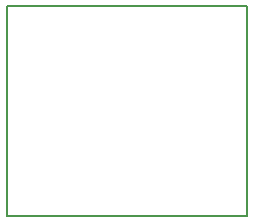
<source format=gbr>
G04 #@! TF.FileFunction,Profile,NP*
%FSLAX46Y46*%
G04 Gerber Fmt 4.6, Leading zero omitted, Abs format (unit mm)*
G04 Created by KiCad (PCBNEW 4.0.7) date 04/15/18 20:38:14*
%MOMM*%
%LPD*%
G01*
G04 APERTURE LIST*
%ADD10C,0.100000*%
%ADD11C,0.150000*%
G04 APERTURE END LIST*
D10*
D11*
X146050000Y-120650000D02*
X146685000Y-120650000D01*
X146050000Y-102870000D02*
X146050000Y-120650000D01*
X166370000Y-102870000D02*
X146050000Y-102870000D01*
X166370000Y-120650000D02*
X166370000Y-102870000D01*
X146050000Y-120650000D02*
X166370000Y-120650000D01*
M02*

</source>
